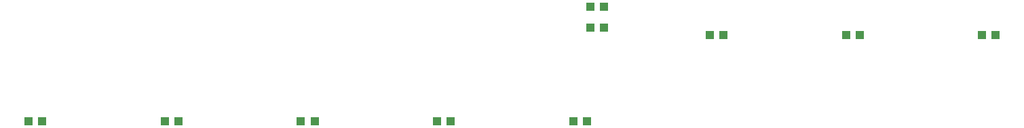
<source format=gtp>
%TF.GenerationSoftware,KiCad,Pcbnew,7.0.8*%
%TF.CreationDate,2024-02-25T18:23:33-05:00*%
%TF.ProjectId,lichen-freddie-board,6c696368-656e-42d6-9672-65646469652d,1.0*%
%TF.SameCoordinates,Original*%
%TF.FileFunction,Paste,Top*%
%TF.FilePolarity,Positive*%
%FSLAX46Y46*%
G04 Gerber Fmt 4.6, Leading zero omitted, Abs format (unit mm)*
G04 Created by KiCad (PCBNEW 7.0.8) date 2024-02-25 18:23:33*
%MOMM*%
%LPD*%
G01*
G04 APERTURE LIST*
%ADD10R,1.000000X1.000000*%
G04 APERTURE END LIST*
D10*
%TO.C,R2*%
X180720000Y-117300000D03*
X182420000Y-117300000D03*
%TD*%
%TO.C,R8*%
X212600000Y-118267000D03*
X214300000Y-118267000D03*
%TD*%
%TO.C,R10*%
X178600000Y-129069000D03*
X180300000Y-129069000D03*
%TD*%
%TO.C,R9*%
X195600000Y-118267000D03*
X197300000Y-118267000D03*
%TD*%
%TO.C,R7*%
X229600000Y-118267000D03*
X231300000Y-118267000D03*
%TD*%
%TO.C,R6*%
X163300000Y-129069000D03*
X161600000Y-129069000D03*
%TD*%
%TO.C,R3*%
X112300000Y-129069000D03*
X110600000Y-129069000D03*
%TD*%
%TO.C,R1*%
X180720000Y-114750000D03*
X182420000Y-114750000D03*
%TD*%
%TO.C,R4*%
X129300000Y-129069000D03*
X127600000Y-129069000D03*
%TD*%
%TO.C,R5*%
X146300000Y-129069000D03*
X144600000Y-129069000D03*
%TD*%
M02*

</source>
